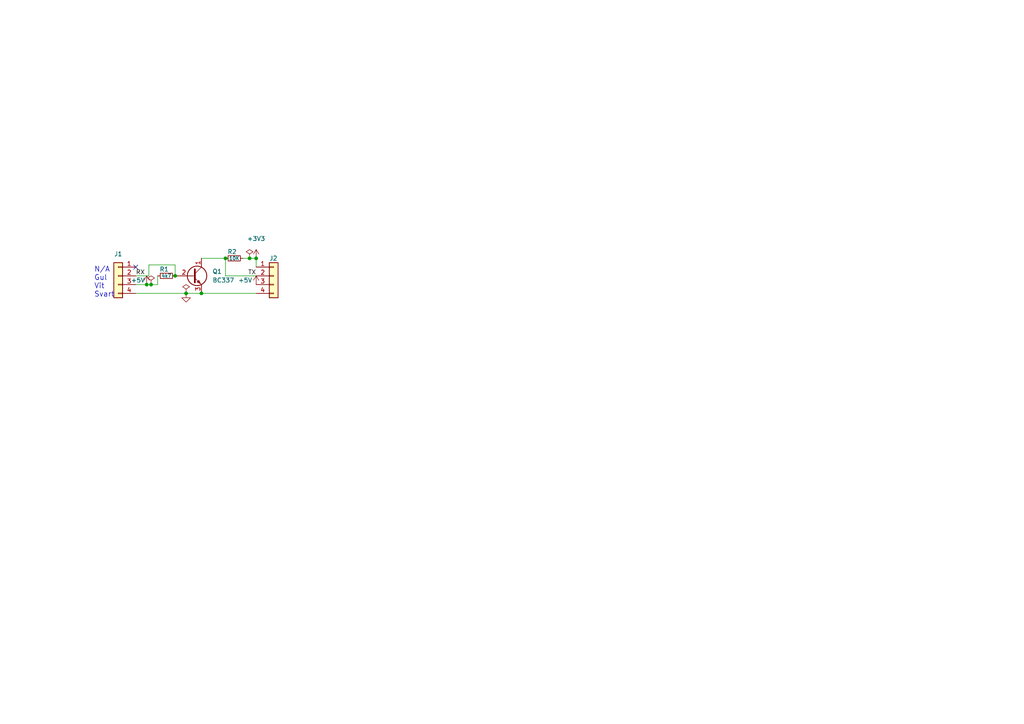
<source format=kicad_sch>
(kicad_sch (version 20211123) (generator eeschema)

  (uuid e63e39d7-6ac0-4ffd-8aa3-1841a4541b55)

  (paper "A4")

  (lib_symbols
    (symbol "Connector_Generic:Conn_01x04" (pin_names (offset 1.016) hide) (in_bom yes) (on_board yes)
      (property "Reference" "J" (id 0) (at 0 5.08 0)
        (effects (font (size 1.27 1.27)))
      )
      (property "Value" "Conn_01x04" (id 1) (at 0 -7.62 0)
        (effects (font (size 1.27 1.27)))
      )
      (property "Footprint" "" (id 2) (at 0 0 0)
        (effects (font (size 1.27 1.27)) hide)
      )
      (property "Datasheet" "~" (id 3) (at 0 0 0)
        (effects (font (size 1.27 1.27)) hide)
      )
      (property "ki_keywords" "connector" (id 4) (at 0 0 0)
        (effects (font (size 1.27 1.27)) hide)
      )
      (property "ki_description" "Generic connector, single row, 01x04, script generated (kicad-library-utils/schlib/autogen/connector/)" (id 5) (at 0 0 0)
        (effects (font (size 1.27 1.27)) hide)
      )
      (property "ki_fp_filters" "Connector*:*_1x??_*" (id 6) (at 0 0 0)
        (effects (font (size 1.27 1.27)) hide)
      )
      (symbol "Conn_01x04_1_1"
        (rectangle (start -1.27 -4.953) (end 0 -5.207)
          (stroke (width 0.1524) (type default) (color 0 0 0 0))
          (fill (type none))
        )
        (rectangle (start -1.27 -2.413) (end 0 -2.667)
          (stroke (width 0.1524) (type default) (color 0 0 0 0))
          (fill (type none))
        )
        (rectangle (start -1.27 0.127) (end 0 -0.127)
          (stroke (width 0.1524) (type default) (color 0 0 0 0))
          (fill (type none))
        )
        (rectangle (start -1.27 2.667) (end 0 2.413)
          (stroke (width 0.1524) (type default) (color 0 0 0 0))
          (fill (type none))
        )
        (rectangle (start -1.27 3.81) (end 1.27 -6.35)
          (stroke (width 0.254) (type default) (color 0 0 0 0))
          (fill (type background))
        )
        (pin passive line (at -5.08 2.54 0) (length 3.81)
          (name "Pin_1" (effects (font (size 1.27 1.27))))
          (number "1" (effects (font (size 1.27 1.27))))
        )
        (pin passive line (at -5.08 0 0) (length 3.81)
          (name "Pin_2" (effects (font (size 1.27 1.27))))
          (number "2" (effects (font (size 1.27 1.27))))
        )
        (pin passive line (at -5.08 -2.54 0) (length 3.81)
          (name "Pin_3" (effects (font (size 1.27 1.27))))
          (number "3" (effects (font (size 1.27 1.27))))
        )
        (pin passive line (at -5.08 -5.08 0) (length 3.81)
          (name "Pin_4" (effects (font (size 1.27 1.27))))
          (number "4" (effects (font (size 1.27 1.27))))
        )
      )
    )
    (symbol "Device:R_Small" (pin_numbers hide) (pin_names (offset 0.254) hide) (in_bom yes) (on_board yes)
      (property "Reference" "R" (id 0) (at 0.762 0.508 0)
        (effects (font (size 1.27 1.27)) (justify left))
      )
      (property "Value" "R_Small" (id 1) (at 0.762 -1.016 0)
        (effects (font (size 1.27 1.27)) (justify left))
      )
      (property "Footprint" "" (id 2) (at 0 0 0)
        (effects (font (size 1.27 1.27)) hide)
      )
      (property "Datasheet" "~" (id 3) (at 0 0 0)
        (effects (font (size 1.27 1.27)) hide)
      )
      (property "ki_keywords" "R resistor" (id 4) (at 0 0 0)
        (effects (font (size 1.27 1.27)) hide)
      )
      (property "ki_description" "Resistor, small symbol" (id 5) (at 0 0 0)
        (effects (font (size 1.27 1.27)) hide)
      )
      (property "ki_fp_filters" "R_*" (id 6) (at 0 0 0)
        (effects (font (size 1.27 1.27)) hide)
      )
      (symbol "R_Small_0_1"
        (rectangle (start -0.762 1.778) (end 0.762 -1.778)
          (stroke (width 0.2032) (type default) (color 0 0 0 0))
          (fill (type none))
        )
      )
      (symbol "R_Small_1_1"
        (pin passive line (at 0 2.54 270) (length 0.762)
          (name "~" (effects (font (size 1.27 1.27))))
          (number "1" (effects (font (size 1.27 1.27))))
        )
        (pin passive line (at 0 -2.54 90) (length 0.762)
          (name "~" (effects (font (size 1.27 1.27))))
          (number "2" (effects (font (size 1.27 1.27))))
        )
      )
    )
    (symbol "Transistor_BJT:BC337" (pin_names (offset 0) hide) (in_bom yes) (on_board yes)
      (property "Reference" "Q" (id 0) (at 5.08 1.905 0)
        (effects (font (size 1.27 1.27)) (justify left))
      )
      (property "Value" "BC337" (id 1) (at 5.08 0 0)
        (effects (font (size 1.27 1.27)) (justify left))
      )
      (property "Footprint" "Package_TO_SOT_THT:TO-92_Inline" (id 2) (at 5.08 -1.905 0)
        (effects (font (size 1.27 1.27) italic) (justify left) hide)
      )
      (property "Datasheet" "https://diotec.com/tl_files/diotec/files/pdf/datasheets/bc337.pdf" (id 3) (at 0 0 0)
        (effects (font (size 1.27 1.27)) (justify left) hide)
      )
      (property "ki_keywords" "NPN Transistor" (id 4) (at 0 0 0)
        (effects (font (size 1.27 1.27)) hide)
      )
      (property "ki_description" "0.8A Ic, 45V Vce, NPN Transistor, TO-92" (id 5) (at 0 0 0)
        (effects (font (size 1.27 1.27)) hide)
      )
      (property "ki_fp_filters" "TO?92*" (id 6) (at 0 0 0)
        (effects (font (size 1.27 1.27)) hide)
      )
      (symbol "BC337_0_1"
        (polyline
          (pts
            (xy 0 0)
            (xy 0.635 0)
          )
          (stroke (width 0) (type default) (color 0 0 0 0))
          (fill (type none))
        )
        (polyline
          (pts
            (xy 0.635 0.635)
            (xy 2.54 2.54)
          )
          (stroke (width 0) (type default) (color 0 0 0 0))
          (fill (type none))
        )
        (polyline
          (pts
            (xy 0.635 -0.635)
            (xy 2.54 -2.54)
            (xy 2.54 -2.54)
          )
          (stroke (width 0) (type default) (color 0 0 0 0))
          (fill (type none))
        )
        (polyline
          (pts
            (xy 0.635 1.905)
            (xy 0.635 -1.905)
            (xy 0.635 -1.905)
          )
          (stroke (width 0.508) (type default) (color 0 0 0 0))
          (fill (type none))
        )
        (polyline
          (pts
            (xy 1.27 -1.778)
            (xy 1.778 -1.27)
            (xy 2.286 -2.286)
            (xy 1.27 -1.778)
            (xy 1.27 -1.778)
          )
          (stroke (width 0) (type default) (color 0 0 0 0))
          (fill (type outline))
        )
        (circle (center 1.27 0) (radius 2.8194)
          (stroke (width 0.254) (type default) (color 0 0 0 0))
          (fill (type none))
        )
      )
      (symbol "BC337_1_1"
        (pin passive line (at 2.54 5.08 270) (length 2.54)
          (name "C" (effects (font (size 1.27 1.27))))
          (number "1" (effects (font (size 1.27 1.27))))
        )
        (pin input line (at -5.08 0 0) (length 5.08)
          (name "B" (effects (font (size 1.27 1.27))))
          (number "2" (effects (font (size 1.27 1.27))))
        )
        (pin passive line (at 2.54 -5.08 90) (length 2.54)
          (name "E" (effects (font (size 1.27 1.27))))
          (number "3" (effects (font (size 1.27 1.27))))
        )
      )
    )
    (symbol "power:+3.3V" (power) (pin_names (offset 0)) (in_bom yes) (on_board yes)
      (property "Reference" "#PWR" (id 0) (at 0 -3.81 0)
        (effects (font (size 1.27 1.27)) hide)
      )
      (property "Value" "+3.3V" (id 1) (at 0 3.556 0)
        (effects (font (size 1.27 1.27)))
      )
      (property "Footprint" "" (id 2) (at 0 0 0)
        (effects (font (size 1.27 1.27)) hide)
      )
      (property "Datasheet" "" (id 3) (at 0 0 0)
        (effects (font (size 1.27 1.27)) hide)
      )
      (property "ki_keywords" "power-flag" (id 4) (at 0 0 0)
        (effects (font (size 1.27 1.27)) hide)
      )
      (property "ki_description" "Power symbol creates a global label with name \"+3.3V\"" (id 5) (at 0 0 0)
        (effects (font (size 1.27 1.27)) hide)
      )
      (symbol "+3.3V_0_1"
        (polyline
          (pts
            (xy -0.762 1.27)
            (xy 0 2.54)
          )
          (stroke (width 0) (type default) (color 0 0 0 0))
          (fill (type none))
        )
        (polyline
          (pts
            (xy 0 0)
            (xy 0 2.54)
          )
          (stroke (width 0) (type default) (color 0 0 0 0))
          (fill (type none))
        )
        (polyline
          (pts
            (xy 0 2.54)
            (xy 0.762 1.27)
          )
          (stroke (width 0) (type default) (color 0 0 0 0))
          (fill (type none))
        )
      )
      (symbol "+3.3V_1_1"
        (pin power_in line (at 0 0 90) (length 0) hide
          (name "+3V3" (effects (font (size 1.27 1.27))))
          (number "1" (effects (font (size 1.27 1.27))))
        )
      )
    )
    (symbol "power:+5V" (power) (pin_names (offset 0)) (in_bom yes) (on_board yes)
      (property "Reference" "#PWR" (id 0) (at 0 -3.81 0)
        (effects (font (size 1.27 1.27)) hide)
      )
      (property "Value" "+5V" (id 1) (at 0 3.556 0)
        (effects (font (size 1.27 1.27)))
      )
      (property "Footprint" "" (id 2) (at 0 0 0)
        (effects (font (size 1.27 1.27)) hide)
      )
      (property "Datasheet" "" (id 3) (at 0 0 0)
        (effects (font (size 1.27 1.27)) hide)
      )
      (property "ki_keywords" "power-flag" (id 4) (at 0 0 0)
        (effects (font (size 1.27 1.27)) hide)
      )
      (property "ki_description" "Power symbol creates a global label with name \"+5V\"" (id 5) (at 0 0 0)
        (effects (font (size 1.27 1.27)) hide)
      )
      (symbol "+5V_0_1"
        (polyline
          (pts
            (xy -0.762 1.27)
            (xy 0 2.54)
          )
          (stroke (width 0) (type default) (color 0 0 0 0))
          (fill (type none))
        )
        (polyline
          (pts
            (xy 0 0)
            (xy 0 2.54)
          )
          (stroke (width 0) (type default) (color 0 0 0 0))
          (fill (type none))
        )
        (polyline
          (pts
            (xy 0 2.54)
            (xy 0.762 1.27)
          )
          (stroke (width 0) (type default) (color 0 0 0 0))
          (fill (type none))
        )
      )
      (symbol "+5V_1_1"
        (pin power_in line (at 0 0 90) (length 0) hide
          (name "+5V" (effects (font (size 1.27 1.27))))
          (number "1" (effects (font (size 1.27 1.27))))
        )
      )
    )
    (symbol "power:GND" (power) (pin_names (offset 0)) (in_bom yes) (on_board yes)
      (property "Reference" "#PWR" (id 0) (at 0 -6.35 0)
        (effects (font (size 1.27 1.27)) hide)
      )
      (property "Value" "GND" (id 1) (at 0 -3.81 0)
        (effects (font (size 1.27 1.27)))
      )
      (property "Footprint" "" (id 2) (at 0 0 0)
        (effects (font (size 1.27 1.27)) hide)
      )
      (property "Datasheet" "" (id 3) (at 0 0 0)
        (effects (font (size 1.27 1.27)) hide)
      )
      (property "ki_keywords" "power-flag" (id 4) (at 0 0 0)
        (effects (font (size 1.27 1.27)) hide)
      )
      (property "ki_description" "Power symbol creates a global label with name \"GND\" , ground" (id 5) (at 0 0 0)
        (effects (font (size 1.27 1.27)) hide)
      )
      (symbol "GND_0_1"
        (polyline
          (pts
            (xy 0 0)
            (xy 0 -1.27)
            (xy 1.27 -1.27)
            (xy 0 -2.54)
            (xy -1.27 -1.27)
            (xy 0 -1.27)
          )
          (stroke (width 0) (type default) (color 0 0 0 0))
          (fill (type none))
        )
      )
      (symbol "GND_1_1"
        (pin power_in line (at 0 0 270) (length 0) hide
          (name "GND" (effects (font (size 1.27 1.27))))
          (number "1" (effects (font (size 1.27 1.27))))
        )
      )
    )
    (symbol "power:PWR_FLAG" (power) (pin_numbers hide) (pin_names (offset 0) hide) (in_bom yes) (on_board yes)
      (property "Reference" "#FLG" (id 0) (at 0 1.905 0)
        (effects (font (size 1.27 1.27)) hide)
      )
      (property "Value" "PWR_FLAG" (id 1) (at 0 3.81 0)
        (effects (font (size 1.27 1.27)))
      )
      (property "Footprint" "" (id 2) (at 0 0 0)
        (effects (font (size 1.27 1.27)) hide)
      )
      (property "Datasheet" "~" (id 3) (at 0 0 0)
        (effects (font (size 1.27 1.27)) hide)
      )
      (property "ki_keywords" "power-flag" (id 4) (at 0 0 0)
        (effects (font (size 1.27 1.27)) hide)
      )
      (property "ki_description" "Special symbol for telling ERC where power comes from" (id 5) (at 0 0 0)
        (effects (font (size 1.27 1.27)) hide)
      )
      (symbol "PWR_FLAG_0_0"
        (pin power_out line (at 0 0 90) (length 0)
          (name "pwr" (effects (font (size 1.27 1.27))))
          (number "1" (effects (font (size 1.27 1.27))))
        )
      )
      (symbol "PWR_FLAG_0_1"
        (polyline
          (pts
            (xy 0 0)
            (xy 0 1.27)
            (xy -1.016 1.905)
            (xy 0 2.54)
            (xy 1.016 1.905)
            (xy 0 1.27)
          )
          (stroke (width 0) (type default) (color 0 0 0 0))
          (fill (type none))
        )
      )
    )
  )

  (junction (at 74.295 74.93) (diameter 0) (color 0 0 0 0)
    (uuid 2112e60e-7630-44a2-ba01-1f829293316d)
  )
  (junction (at 53.975 85.09) (diameter 0) (color 0 0 0 0)
    (uuid 3c2f55c3-e552-49e6-a345-d7b9fdb60171)
  )
  (junction (at 42.545 82.55) (diameter 0) (color 0 0 0 0)
    (uuid 724af3a5-a6e9-4f56-b826-e666e04cbec1)
  )
  (junction (at 58.42 85.09) (diameter 0) (color 0 0 0 0)
    (uuid 7cdb5483-8223-4afd-9ea9-8216d6d3fbc0)
  )
  (junction (at 72.39 74.93) (diameter 0) (color 0 0 0 0)
    (uuid 7e165a56-2ae5-4cb2-b3f8-319b24d04fd1)
  )
  (junction (at 65.405 74.93) (diameter 0) (color 0 0 0 0)
    (uuid 7f4e060b-9e6c-44f5-9022-212391e75ec4)
  )
  (junction (at 50.8 80.01) (diameter 0) (color 0 0 0 0)
    (uuid a44bbdc9-7303-467d-a41c-2c47929d21ef)
  )
  (junction (at 43.815 82.55) (diameter 0) (color 0 0 0 0)
    (uuid d4dc564e-2442-40d6-8278-d908e551ee12)
  )

  (no_connect (at 39.37 77.47) (uuid 099746fa-0008-4f13-9d22-973d62784501))

  (wire (pts (xy 39.37 85.09) (xy 53.975 85.09))
    (stroke (width 0) (type default) (color 0 0 0 0))
    (uuid 00c1858d-40c1-4a0a-b80c-6139bad150a3)
  )
  (wire (pts (xy 58.42 74.93) (xy 65.405 74.93))
    (stroke (width 0) (type default) (color 0 0 0 0))
    (uuid 2b91a5b1-533e-4f41-9371-cec82ba3644d)
  )
  (wire (pts (xy 39.37 80.01) (xy 43.18 80.01))
    (stroke (width 0) (type default) (color 0 0 0 0))
    (uuid 36c08fe3-09a9-4c57-94ae-df7193c97320)
  )
  (wire (pts (xy 65.405 80.01) (xy 74.295 80.01))
    (stroke (width 0) (type default) (color 0 0 0 0))
    (uuid 3ed0ecda-222e-4656-988c-7d47d8358a88)
  )
  (wire (pts (xy 43.18 76.835) (xy 50.8 76.835))
    (stroke (width 0) (type default) (color 0 0 0 0))
    (uuid 58de09d1-f63e-4011-996b-e62a2150aaaa)
  )
  (wire (pts (xy 42.545 82.55) (xy 39.37 82.55))
    (stroke (width 0) (type default) (color 0 0 0 0))
    (uuid 5da53957-2029-42b6-bcd9-6a10253ec401)
  )
  (wire (pts (xy 43.815 82.55) (xy 45.72 82.55))
    (stroke (width 0) (type default) (color 0 0 0 0))
    (uuid 6b592049-926c-4aef-9562-8753c5868e12)
  )
  (wire (pts (xy 70.485 74.93) (xy 72.39 74.93))
    (stroke (width 0) (type default) (color 0 0 0 0))
    (uuid 6c70747c-7398-4d7e-8e06-96138bc42993)
  )
  (wire (pts (xy 74.295 74.93) (xy 74.295 77.47))
    (stroke (width 0) (type default) (color 0 0 0 0))
    (uuid 700676a9-8941-4242-9b22-1a1a67e5119f)
  )
  (wire (pts (xy 53.975 85.09) (xy 58.42 85.09))
    (stroke (width 0) (type default) (color 0 0 0 0))
    (uuid 70a71974-d59b-4779-9807-46801cfb7583)
  )
  (wire (pts (xy 50.8 76.835) (xy 50.8 80.01))
    (stroke (width 0) (type default) (color 0 0 0 0))
    (uuid 82a4bcad-171d-4f28-b966-050071838323)
  )
  (wire (pts (xy 43.18 80.01) (xy 43.18 76.835))
    (stroke (width 0) (type default) (color 0 0 0 0))
    (uuid a5be6b10-0ff0-4b89-b18a-87ea12ada3bc)
  )
  (wire (pts (xy 72.39 74.93) (xy 74.295 74.93))
    (stroke (width 0) (type default) (color 0 0 0 0))
    (uuid ab258be4-73da-4e70-8920-267f38f91861)
  )
  (wire (pts (xy 58.42 85.09) (xy 74.295 85.09))
    (stroke (width 0) (type default) (color 0 0 0 0))
    (uuid b61d4abb-9ce0-48d3-9c53-5c624ca490e4)
  )
  (wire (pts (xy 45.72 82.55) (xy 45.72 80.01))
    (stroke (width 0) (type default) (color 0 0 0 0))
    (uuid dcf3d970-9214-48f1-8a65-cd182369796c)
  )
  (wire (pts (xy 42.545 82.55) (xy 43.815 82.55))
    (stroke (width 0) (type default) (color 0 0 0 0))
    (uuid e17cb56b-b9e4-403a-bea0-4ee154c76270)
  )
  (wire (pts (xy 65.405 74.93) (xy 65.405 80.01))
    (stroke (width 0) (type default) (color 0 0 0 0))
    (uuid fb69b694-d5b5-41ed-830c-024828dff54c)
  )

  (text "N/A\nGul\nVit\nSvart" (at 27.305 86.36 0)
    (effects (font (size 1.5 1.5)) (justify left bottom))
    (uuid fdf34ea7-b8b8-435c-9a3b-e94a0765cccb)
  )

  (label "TX" (at 74.295 80.01 180)
    (effects (font (size 1.27 1.27)) (justify right bottom))
    (uuid 6f5bdecc-3405-4265-bc57-23e0d5c3f2b4)
  )
  (label "RX" (at 39.37 80.01 0)
    (effects (font (size 1.27 1.27)) (justify left bottom))
    (uuid 9d1690eb-72ef-499f-bb1b-4b929386ae69)
  )

  (symbol (lib_id "Transistor_BJT:BC337") (at 55.88 80.01 0) (unit 1)
    (in_bom yes) (on_board yes) (fields_autoplaced)
    (uuid 0f90b1d8-a6e4-41ce-891b-0e6cf8dc7d10)
    (property "Reference" "Q1" (id 0) (at 61.595 78.7399 0)
      (effects (font (size 1.27 1.27)) (justify left))
    )
    (property "Value" "" (id 1) (at 61.595 81.2799 0)
      (effects (font (size 1.27 1.27)) (justify left))
    )
    (property "Footprint" "" (id 2) (at 60.96 81.915 0)
      (effects (font (size 1.27 1.27) italic) (justify left) hide)
    )
    (property "Datasheet" "https://diotec.com/tl_files/diotec/files/pdf/datasheets/bc337.pdf" (id 3) (at 55.88 80.01 0)
      (effects (font (size 1.27 1.27)) (justify left) hide)
    )
    (pin "1" (uuid bb68f740-1a4d-44b8-9f8e-cccf2a55230c))
    (pin "2" (uuid 7fe904d4-c102-438a-b0b9-992b577f7e50))
    (pin "3" (uuid 04c984c0-5db4-4c42-ae4b-5e5204de7a74))
  )

  (symbol (lib_id "power:+5V") (at 42.545 82.55 0) (unit 1)
    (in_bom yes) (on_board yes)
    (uuid 1c3ce0ac-9fa0-446e-ab24-b8ec9da6a371)
    (property "Reference" "#PWR01" (id 0) (at 42.545 86.36 0)
      (effects (font (size 1.27 1.27)) hide)
    )
    (property "Value" "" (id 1) (at 40.005 81.28 0))
    (property "Footprint" "" (id 2) (at 42.545 82.55 0)
      (effects (font (size 1.27 1.27)) hide)
    )
    (property "Datasheet" "" (id 3) (at 42.545 82.55 0)
      (effects (font (size 1.27 1.27)) hide)
    )
    (pin "1" (uuid 905f56d1-8aff-4e24-9f25-dbbe83a2ea84))
  )

  (symbol (lib_id "power:PWR_FLAG") (at 53.975 85.09 0) (unit 1)
    (in_bom yes) (on_board yes) (fields_autoplaced)
    (uuid 493a84e5-a991-499c-96c7-44fa3958367e)
    (property "Reference" "#FLG02" (id 0) (at 53.975 83.185 0)
      (effects (font (size 1.27 1.27)) hide)
    )
    (property "Value" "PWR_FLAG" (id 1) (at 53.975 80.01 0)
      (effects (font (size 1.27 1.27)) hide)
    )
    (property "Footprint" "" (id 2) (at 53.975 85.09 0)
      (effects (font (size 1.27 1.27)) hide)
    )
    (property "Datasheet" "~" (id 3) (at 53.975 85.09 0)
      (effects (font (size 1.27 1.27)) hide)
    )
    (pin "1" (uuid b641bc5e-2166-48ef-a839-d4f1f9bad16a))
  )

  (symbol (lib_id "Connector_Generic:Conn_01x04") (at 34.29 80.01 0) (mirror y) (unit 1)
    (in_bom yes) (on_board yes) (fields_autoplaced)
    (uuid 50065ec5-a536-420d-8f46-a78724f6ee74)
    (property "Reference" "J1" (id 0) (at 34.29 73.66 0))
    (property "Value" "" (id 1) (at 34.29 73.025 0)
      (effects (font (size 1.27 1.27)) hide)
    )
    (property "Footprint" "" (id 2) (at 34.29 80.01 0)
      (effects (font (size 1.27 1.27)) hide)
    )
    (property "Datasheet" "~" (id 3) (at 34.29 80.01 0)
      (effects (font (size 1.27 1.27)) hide)
    )
    (pin "1" (uuid 6cfa3401-aa92-47e4-b58a-92f49c22748f))
    (pin "2" (uuid 585b95e0-9819-4f44-8ca2-4fdfa810d12f))
    (pin "3" (uuid 0570787e-1121-4a9a-8547-f68706a7ba87))
    (pin "4" (uuid 0b3d4208-4257-4a45-bf45-0ac0b66edc08))
  )

  (symbol (lib_id "power:PWR_FLAG") (at 72.39 74.93 0) (unit 1)
    (in_bom yes) (on_board yes) (fields_autoplaced)
    (uuid 55f33d20-ea51-4e12-ba08-eccf59a1be8f)
    (property "Reference" "#FLG03" (id 0) (at 72.39 73.025 0)
      (effects (font (size 1.27 1.27)) hide)
    )
    (property "Value" "PWR_FLAG" (id 1) (at 72.39 69.85 0)
      (effects (font (size 1.27 1.27)) hide)
    )
    (property "Footprint" "" (id 2) (at 72.39 74.93 0)
      (effects (font (size 1.27 1.27)) hide)
    )
    (property "Datasheet" "~" (id 3) (at 72.39 74.93 0)
      (effects (font (size 1.27 1.27)) hide)
    )
    (pin "1" (uuid 3d0393be-e6f4-4c4c-9568-bc9dc6d086a7))
  )

  (symbol (lib_id "power:PWR_FLAG") (at 43.815 82.55 0) (unit 1)
    (in_bom yes) (on_board yes) (fields_autoplaced)
    (uuid 6dd2bbc0-47d4-4b82-8030-2979c435dc58)
    (property "Reference" "#FLG01" (id 0) (at 43.815 80.645 0)
      (effects (font (size 1.27 1.27)) hide)
    )
    (property "Value" "" (id 1) (at 43.815 77.47 0)
      (effects (font (size 1.27 1.27)) hide)
    )
    (property "Footprint" "" (id 2) (at 43.815 82.55 0)
      (effects (font (size 1.27 1.27)) hide)
    )
    (property "Datasheet" "~" (id 3) (at 43.815 82.55 0)
      (effects (font (size 1.27 1.27)) hide)
    )
    (pin "1" (uuid 4f71211a-1863-4d6a-9807-8fb035975888))
  )

  (symbol (lib_id "Device:R_Small") (at 48.26 80.01 90) (unit 1)
    (in_bom yes) (on_board yes)
    (uuid 9177e20f-cee1-48a3-b6ce-8d9ef3385007)
    (property "Reference" "R1" (id 0) (at 47.625 78.105 90))
    (property "Value" "" (id 1) (at 48.26 80.01 90)
      (effects (font (size 1 1)))
    )
    (property "Footprint" "" (id 2) (at 48.26 80.01 0)
      (effects (font (size 1.27 1.27)) hide)
    )
    (property "Datasheet" "~" (id 3) (at 48.26 80.01 0)
      (effects (font (size 1.27 1.27)) hide)
    )
    (pin "1" (uuid 7943e171-c136-4b5f-8984-4dcdd0d9dc7a))
    (pin "2" (uuid bffc77c5-52f7-4bd3-962b-69c758cd1cad))
  )

  (symbol (lib_id "Connector_Generic:Conn_01x04") (at 79.375 80.01 0) (unit 1)
    (in_bom yes) (on_board yes)
    (uuid 9286cf02-1563-41d2-9931-c192c33bab31)
    (property "Reference" "J2" (id 0) (at 78.105 74.93 0)
      (effects (font (size 1.27 1.27)) (justify left))
    )
    (property "Value" "" (id 1) (at 82.55 82.5499 0)
      (effects (font (size 1.27 1.27)) (justify left) hide)
    )
    (property "Footprint" "" (id 2) (at 79.375 80.01 0)
      (effects (font (size 1.27 1.27)) hide)
    )
    (property "Datasheet" "~" (id 3) (at 79.375 80.01 0)
      (effects (font (size 1.27 1.27)) hide)
    )
    (pin "1" (uuid 955cc99e-a129-42cf-abc7-aa99813fdb5f))
    (pin "2" (uuid 04cf2f2c-74bf-400d-b4f6-201720df00ed))
    (pin "3" (uuid 1bdd5841-68b7-42e2-9447-cbdb608d8a08))
    (pin "4" (uuid aeb03be9-98f0-43f6-9432-1bb35aa04bab))
  )

  (symbol (lib_id "Device:R_Small") (at 67.945 74.93 90) (unit 1)
    (in_bom yes) (on_board yes)
    (uuid b0dc724b-7f39-49ef-aa80-0148fb2ba3ca)
    (property "Reference" "R2" (id 0) (at 67.31 73.025 90))
    (property "Value" "" (id 1) (at 67.945 74.93 90)
      (effects (font (size 1 1)))
    )
    (property "Footprint" "" (id 2) (at 67.945 74.93 0)
      (effects (font (size 1.27 1.27)) hide)
    )
    (property "Datasheet" "~" (id 3) (at 67.945 74.93 0)
      (effects (font (size 1.27 1.27)) hide)
    )
    (pin "1" (uuid 748ccc11-509f-46bc-8dfc-60e858bb4168))
    (pin "2" (uuid 71d23386-7ddd-4278-8160-948c971043db))
  )

  (symbol (lib_id "power:GND") (at 53.975 85.09 0) (unit 1)
    (in_bom yes) (on_board yes) (fields_autoplaced)
    (uuid b530c2f9-6d89-4948-9d76-8bac246377c3)
    (property "Reference" "#PWR02" (id 0) (at 53.975 91.44 0)
      (effects (font (size 1.27 1.27)) hide)
    )
    (property "Value" "" (id 1) (at 53.975 90.17 0)
      (effects (font (size 1.27 1.27)) hide)
    )
    (property "Footprint" "" (id 2) (at 53.975 85.09 0)
      (effects (font (size 1.27 1.27)) hide)
    )
    (property "Datasheet" "" (id 3) (at 53.975 85.09 0)
      (effects (font (size 1.27 1.27)) hide)
    )
    (pin "1" (uuid 5cc3fa75-2868-490e-ab07-a2aa26f28ee8))
  )

  (symbol (lib_id "power:+5V") (at 74.295 82.55 0) (unit 1)
    (in_bom yes) (on_board yes)
    (uuid bed2fe95-6dba-4ebe-bc9c-a19e14f15a00)
    (property "Reference" "#PWR04" (id 0) (at 74.295 86.36 0)
      (effects (font (size 1.27 1.27)) hide)
    )
    (property "Value" "+5V" (id 1) (at 71.12 81.28 0))
    (property "Footprint" "" (id 2) (at 74.295 82.55 0)
      (effects (font (size 1.27 1.27)) hide)
    )
    (property "Datasheet" "" (id 3) (at 74.295 82.55 0)
      (effects (font (size 1.27 1.27)) hide)
    )
    (pin "1" (uuid 36e6412f-20b9-49ce-8b66-210416803276))
  )

  (symbol (lib_id "power:+3.3V") (at 74.295 74.93 0) (unit 1)
    (in_bom yes) (on_board yes) (fields_autoplaced)
    (uuid fe2b5f62-77f0-4821-bc22-9a27e519d160)
    (property "Reference" "#PWR03" (id 0) (at 74.295 78.74 0)
      (effects (font (size 1.27 1.27)) hide)
    )
    (property "Value" "" (id 1) (at 74.295 69.215 0))
    (property "Footprint" "" (id 2) (at 74.295 74.93 0)
      (effects (font (size 1.27 1.27)) hide)
    )
    (property "Datasheet" "" (id 3) (at 74.295 74.93 0)
      (effects (font (size 1.27 1.27)) hide)
    )
    (pin "1" (uuid 7701ca9c-75a6-4e70-90f9-47e48f65a494))
  )

  (sheet_instances
    (path "/" (page "1"))
  )

  (symbol_instances
    (path "/6dd2bbc0-47d4-4b82-8030-2979c435dc58"
      (reference "#FLG01") (unit 1) (value "PWR_FLAG") (footprint "")
    )
    (path "/493a84e5-a991-499c-96c7-44fa3958367e"
      (reference "#FLG02") (unit 1) (value "PWR_FLAG") (footprint "")
    )
    (path "/55f33d20-ea51-4e12-ba08-eccf59a1be8f"
      (reference "#FLG03") (unit 1) (value "PWR_FLAG") (footprint "")
    )
    (path "/1c3ce0ac-9fa0-446e-ab24-b8ec9da6a371"
      (reference "#PWR01") (unit 1) (value "+5V") (footprint "")
    )
    (path "/b530c2f9-6d89-4948-9d76-8bac246377c3"
      (reference "#PWR02") (unit 1) (value "GND") (footprint "")
    )
    (path "/fe2b5f62-77f0-4821-bc22-9a27e519d160"
      (reference "#PWR03") (unit 1) (value "+3.3V") (footprint "")
    )
    (path "/bed2fe95-6dba-4ebe-bc9c-a19e14f15a00"
      (reference "#PWR04") (unit 1) (value "+5V") (footprint "")
    )
    (path "/50065ec5-a536-420d-8f46-a78724f6ee74"
      (reference "J1") (unit 1) (value "Conn_01x04") (footprint "Connector_PinHeader_2.54mm:PinHeader_1x04_P2.54mm_Vertical")
    )
    (path "/9286cf02-1563-41d2-9931-c192c33bab31"
      (reference "J2") (unit 1) (value "Conn_01x04") (footprint "Connector_PinHeader_2.54mm:PinHeader_1x04_P2.54mm_Vertical")
    )
    (path "/0f90b1d8-a6e4-41ce-891b-0e6cf8dc7d10"
      (reference "Q1") (unit 1) (value "BC337") (footprint "Package_TO_SOT_THT:TO-92_Inline_Wide")
    )
    (path "/9177e20f-cee1-48a3-b6ce-8d9ef3385007"
      (reference "R1") (unit 1) (value "4k7") (footprint "Resistor_THT:R_Axial_DIN0204_L3.6mm_D1.6mm_P5.08mm_Horizontal")
    )
    (path "/b0dc724b-7f39-49ef-aa80-0148fb2ba3ca"
      (reference "R2") (unit 1) (value "10K") (footprint "Resistor_THT:R_Axial_DIN0204_L3.6mm_D1.6mm_P5.08mm_Horizontal")
    )
  )
)

</source>
